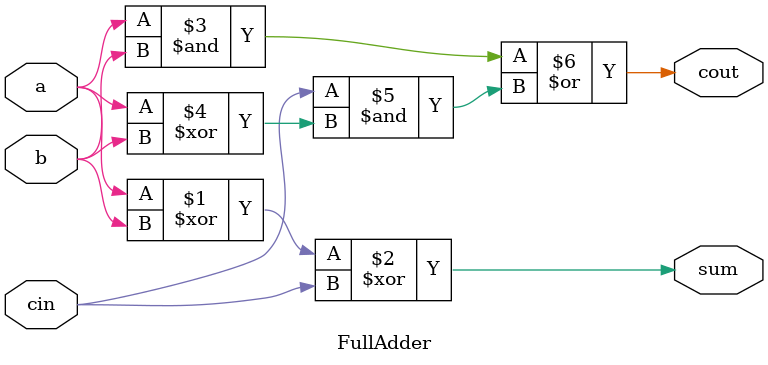
<source format=v>
`timescale 1ns / 1ps



module FullAdder (
  input a, b, cin,
  output sum, cout
);
  assign sum = a ^ b ^ cin;
  assign cout = (a & b) | (cin & (a ^ b));
endmodule


</source>
